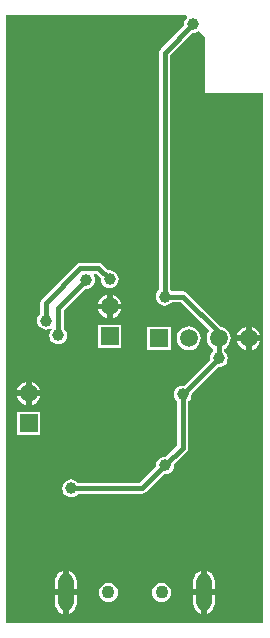
<source format=gbl>
G04 Layer_Physical_Order=2*
G04 Layer_Color=16711680*
%FSLAX43Y43*%
%MOMM*%
G71*
G01*
G75*
%ADD26C,0.400*%
%ADD28C,1.500*%
%ADD29R,1.500X1.500*%
%ADD30O,1.300X3.200*%
%ADD31R,1.500X1.500*%
%ADD32C,1.000*%
%ADD33C,1.100*%
G36*
X15250Y51600D02*
X15377Y51458D01*
X15365Y51335D01*
X15245Y51178D01*
X15169Y50996D01*
X15144Y50800D01*
X15156Y50705D01*
X13179Y48728D01*
X13079Y48579D01*
X13044Y48403D01*
Y28317D01*
X12968Y28259D01*
X12848Y28102D01*
X12773Y27920D01*
X12747Y27724D01*
X12773Y27528D01*
X12848Y27346D01*
X12968Y27189D01*
X13125Y27069D01*
X13307Y26993D01*
X13503Y26968D01*
X13699Y26993D01*
X13881Y27069D01*
X14038Y27189D01*
X14096Y27265D01*
X14904D01*
X17330Y24839D01*
X17226Y24704D01*
X17126Y24461D01*
X17091Y24200D01*
X17126Y23939D01*
X17226Y23696D01*
X17387Y23487D01*
X17596Y23326D01*
X17641Y23308D01*
Y23093D01*
X17565Y23035D01*
X17445Y22878D01*
X17369Y22696D01*
X17344Y22500D01*
X17356Y22405D01*
X15145Y20194D01*
X15050Y20206D01*
X14854Y20181D01*
X14672Y20105D01*
X14515Y19985D01*
X14395Y19828D01*
X14319Y19646D01*
X14294Y19450D01*
X14319Y19254D01*
X14395Y19072D01*
X14515Y18915D01*
X14591Y18857D01*
Y15140D01*
X13645Y14194D01*
X13550Y14206D01*
X13354Y14181D01*
X13172Y14105D01*
X13015Y13985D01*
X12895Y13828D01*
X12819Y13646D01*
X12794Y13450D01*
X12806Y13355D01*
X11410Y11959D01*
X6193D01*
X6135Y12035D01*
X5978Y12155D01*
X5796Y12231D01*
X5600Y12256D01*
X5404Y12231D01*
X5222Y12155D01*
X5065Y12035D01*
X4945Y11878D01*
X4869Y11696D01*
X4844Y11500D01*
X4869Y11304D01*
X4945Y11122D01*
X5065Y10965D01*
X5222Y10845D01*
X5404Y10769D01*
X5600Y10744D01*
X5796Y10769D01*
X5978Y10845D01*
X6135Y10965D01*
X6193Y11041D01*
X11600D01*
X11776Y11076D01*
X11924Y11176D01*
X13455Y12706D01*
X13550Y12694D01*
X13746Y12719D01*
X13928Y12795D01*
X14085Y12915D01*
X14205Y13072D01*
X14281Y13254D01*
X14306Y13450D01*
X14294Y13545D01*
X15374Y14626D01*
X15474Y14774D01*
X15509Y14950D01*
Y18857D01*
X15585Y18915D01*
X15705Y19072D01*
X15781Y19254D01*
X15806Y19450D01*
X15794Y19545D01*
X18005Y21756D01*
X18100Y21744D01*
X18296Y21769D01*
X18478Y21845D01*
X18635Y21965D01*
X18755Y22122D01*
X18831Y22304D01*
X18856Y22500D01*
X18831Y22696D01*
X18755Y22878D01*
X18635Y23035D01*
X18559Y23093D01*
Y23308D01*
X18604Y23326D01*
X18813Y23487D01*
X18973Y23696D01*
X19074Y23939D01*
X19109Y24200D01*
X19074Y24461D01*
X18973Y24704D01*
X18813Y24913D01*
X18604Y25073D01*
X18361Y25174D01*
X18282Y25185D01*
X15419Y28048D01*
X15270Y28148D01*
X15094Y28183D01*
X14096D01*
X14038Y28259D01*
X13962Y28317D01*
Y48213D01*
X15805Y50056D01*
X15900Y50044D01*
X16096Y50069D01*
X16278Y50145D01*
X16435Y50265D01*
X16440Y50265D01*
X16927Y49719D01*
X16927Y44941D01*
X21881Y44941D01*
Y119D01*
X119D01*
Y51600D01*
X15250Y51600D01*
D02*
G37*
%LPC*%
G36*
X7904Y30609D02*
X6387D01*
X6212Y30574D01*
X6063Y30474D01*
X3126Y27537D01*
X3026Y27388D01*
X2991Y27213D01*
Y26274D01*
X2940Y26235D01*
X2820Y26078D01*
X2744Y25896D01*
X2719Y25700D01*
X2744Y25504D01*
X2820Y25322D01*
X2940Y25165D01*
X3097Y25045D01*
X3279Y24969D01*
X3475Y24944D01*
X3671Y24969D01*
X3853Y25045D01*
X3938Y24950D01*
X3845Y24828D01*
X3769Y24646D01*
X3744Y24450D01*
X3769Y24254D01*
X3845Y24072D01*
X3965Y23915D01*
X4122Y23795D01*
X4304Y23719D01*
X4500Y23694D01*
X4696Y23719D01*
X4878Y23795D01*
X5035Y23915D01*
X5155Y24072D01*
X5231Y24254D01*
X5256Y24450D01*
X5231Y24646D01*
X5155Y24828D01*
X5035Y24985D01*
X4959Y25043D01*
Y26606D01*
X6759Y28406D01*
X6854Y28394D01*
X7050Y28419D01*
X7232Y28495D01*
X7389Y28615D01*
X7509Y28772D01*
X7585Y28954D01*
X7611Y29150D01*
X7585Y29346D01*
X7509Y29528D01*
X7482Y29564D01*
X7544Y29691D01*
X7714D01*
X8110Y29295D01*
X8098Y29200D01*
X8123Y29004D01*
X8199Y28822D01*
X8319Y28665D01*
X8476Y28545D01*
X8658Y28469D01*
X8854Y28444D01*
X9050Y28469D01*
X9232Y28545D01*
X9389Y28665D01*
X9509Y28822D01*
X9585Y29004D01*
X9611Y29200D01*
X9585Y29396D01*
X9509Y29578D01*
X9389Y29735D01*
X9232Y29855D01*
X9050Y29931D01*
X8854Y29956D01*
X8759Y29944D01*
X8229Y30474D01*
X8080Y30574D01*
X7904Y30609D01*
D02*
G37*
G36*
X9100Y27880D02*
Y27150D01*
X9830D01*
X9828Y27162D01*
X9727Y27406D01*
X9566Y27616D01*
X9356Y27777D01*
X9112Y27878D01*
X9100Y27880D01*
D02*
G37*
G36*
X8600D02*
X8588Y27878D01*
X8344Y27777D01*
X8134Y27616D01*
X7973Y27406D01*
X7872Y27162D01*
X7870Y27150D01*
X8600D01*
Y27880D01*
D02*
G37*
G36*
Y26650D02*
X7870D01*
X7872Y26638D01*
X7973Y26394D01*
X8134Y26184D01*
X8344Y26023D01*
X8588Y25922D01*
X8600Y25920D01*
Y26650D01*
D02*
G37*
G36*
X9830D02*
X9100D01*
Y25920D01*
X9112Y25922D01*
X9356Y26023D01*
X9566Y26184D01*
X9727Y26394D01*
X9828Y26638D01*
X9830Y26650D01*
D02*
G37*
G36*
X20890Y25180D02*
Y24450D01*
X21620D01*
X21618Y24462D01*
X21517Y24706D01*
X21356Y24916D01*
X21146Y25077D01*
X20902Y25178D01*
X20890Y25180D01*
D02*
G37*
G36*
X20390D02*
X20378Y25178D01*
X20134Y25077D01*
X19924Y24916D01*
X19763Y24706D01*
X19662Y24462D01*
X19660Y24450D01*
X20390D01*
Y25180D01*
D02*
G37*
G36*
X9850Y25360D02*
X7850D01*
Y23360D01*
X9850D01*
Y25360D01*
D02*
G37*
G36*
X21620Y23950D02*
X20890D01*
Y23220D01*
X20902Y23222D01*
X21146Y23323D01*
X21356Y23484D01*
X21517Y23694D01*
X21618Y23938D01*
X21620Y23950D01*
D02*
G37*
G36*
X20390D02*
X19660D01*
X19662Y23938D01*
X19763Y23694D01*
X19924Y23484D01*
X20134Y23323D01*
X20378Y23222D01*
X20390Y23220D01*
Y23950D01*
D02*
G37*
G36*
X14020Y25200D02*
X12020D01*
Y23200D01*
X14020D01*
Y25200D01*
D02*
G37*
G36*
X15560Y25209D02*
X15299Y25174D01*
X15056Y25073D01*
X14847Y24913D01*
X14686Y24704D01*
X14586Y24461D01*
X14551Y24200D01*
X14586Y23939D01*
X14686Y23696D01*
X14847Y23487D01*
X15056Y23326D01*
X15299Y23226D01*
X15560Y23191D01*
X15821Y23226D01*
X16064Y23326D01*
X16273Y23487D01*
X16434Y23696D01*
X16534Y23939D01*
X16569Y24200D01*
X16534Y24461D01*
X16434Y24704D01*
X16273Y24913D01*
X16064Y25073D01*
X15821Y25174D01*
X15560Y25209D01*
D02*
G37*
G36*
X2250Y20520D02*
Y19790D01*
X2980D01*
X2978Y19802D01*
X2877Y20046D01*
X2716Y20256D01*
X2506Y20417D01*
X2262Y20518D01*
X2250Y20520D01*
D02*
G37*
G36*
X1750D02*
X1738Y20518D01*
X1494Y20417D01*
X1284Y20256D01*
X1123Y20046D01*
X1022Y19802D01*
X1020Y19790D01*
X1750D01*
Y20520D01*
D02*
G37*
G36*
Y19290D02*
X1020D01*
X1022Y19278D01*
X1123Y19034D01*
X1284Y18824D01*
X1494Y18663D01*
X1738Y18562D01*
X1750Y18560D01*
Y19290D01*
D02*
G37*
G36*
X2980D02*
X2250D01*
Y18560D01*
X2262Y18562D01*
X2506Y18663D01*
X2716Y18824D01*
X2877Y19034D01*
X2978Y19278D01*
X2980Y19290D01*
D02*
G37*
G36*
X3000Y18000D02*
X1000D01*
Y16000D01*
X3000D01*
Y18000D01*
D02*
G37*
G36*
X5400Y4525D02*
Y2950D01*
X6062D01*
Y3650D01*
X6031Y3886D01*
X5940Y4106D01*
X5795Y4295D01*
X5606Y4440D01*
X5400Y4525D01*
D02*
G37*
G36*
X4900D02*
X4694Y4440D01*
X4505Y4295D01*
X4360Y4106D01*
X4269Y3886D01*
X4238Y3650D01*
Y2950D01*
X4900D01*
Y4525D01*
D02*
G37*
G36*
X17100D02*
Y2950D01*
X17762D01*
Y3650D01*
X17731Y3886D01*
X17640Y4106D01*
X17495Y4295D01*
X17306Y4440D01*
X17100Y4525D01*
D02*
G37*
G36*
X16600D02*
X16394Y4440D01*
X16205Y4295D01*
X16060Y4106D01*
X15969Y3886D01*
X15938Y3650D01*
Y2950D01*
X16600D01*
Y4525D01*
D02*
G37*
G36*
X13250Y3507D02*
X13041Y3479D01*
X12847Y3399D01*
X12679Y3271D01*
X12551Y3103D01*
X12471Y2909D01*
X12443Y2700D01*
X12471Y2491D01*
X12551Y2297D01*
X12679Y2129D01*
X12847Y2001D01*
X13041Y1921D01*
X13250Y1893D01*
X13459Y1921D01*
X13653Y2001D01*
X13821Y2129D01*
X13949Y2297D01*
X14029Y2491D01*
X14057Y2700D01*
X14029Y2909D01*
X13949Y3103D01*
X13821Y3271D01*
X13653Y3399D01*
X13459Y3479D01*
X13250Y3507D01*
D02*
G37*
G36*
X8750D02*
X8541Y3479D01*
X8347Y3399D01*
X8179Y3271D01*
X8051Y3103D01*
X7971Y2909D01*
X7943Y2700D01*
X7971Y2491D01*
X8051Y2297D01*
X8179Y2129D01*
X8347Y2001D01*
X8541Y1921D01*
X8750Y1893D01*
X8959Y1921D01*
X9153Y2001D01*
X9321Y2129D01*
X9449Y2297D01*
X9529Y2491D01*
X9557Y2700D01*
X9529Y2909D01*
X9449Y3103D01*
X9321Y3271D01*
X9153Y3399D01*
X8959Y3479D01*
X8750Y3507D01*
D02*
G37*
G36*
X17762Y2450D02*
X17100D01*
Y875D01*
X17306Y960D01*
X17495Y1105D01*
X17640Y1294D01*
X17731Y1514D01*
X17762Y1750D01*
Y2450D01*
D02*
G37*
G36*
X6062Y2450D02*
X5400D01*
Y875D01*
X5606Y960D01*
X5795Y1105D01*
X5940Y1294D01*
X6031Y1514D01*
X6062Y1750D01*
Y2450D01*
D02*
G37*
G36*
X4900D02*
X4238D01*
Y1750D01*
X4269Y1514D01*
X4360Y1294D01*
X4505Y1105D01*
X4694Y960D01*
X4900Y875D01*
Y2450D01*
D02*
G37*
G36*
X16600Y2450D02*
X15938D01*
Y1750D01*
X15969Y1514D01*
X16060Y1294D01*
X16205Y1105D01*
X16394Y960D01*
X16600Y875D01*
Y2450D01*
D02*
G37*
%LPD*%
D26*
X15050Y14950D02*
Y19450D01*
X13550Y13450D02*
X15050Y14950D01*
X4500Y26796D02*
X6854Y29150D01*
X4500Y24450D02*
Y26796D01*
X6387Y30150D02*
X7904D01*
X3450Y27213D02*
X6387Y30150D01*
X7904D02*
X8854Y29200D01*
X11600Y11500D02*
X13550Y13450D01*
X5600Y11500D02*
X11600D01*
X3450Y25700D02*
Y27213D01*
X15050Y19450D02*
X18100Y22500D01*
Y24200D01*
X13503Y27724D02*
Y48403D01*
X15900Y50800D01*
X13503Y27724D02*
X15094D01*
X18100Y24718D01*
Y24200D02*
Y24718D01*
D28*
X2000Y19540D02*
D03*
X8850Y26900D02*
D03*
X15560Y24200D02*
D03*
X18100D02*
D03*
X20640D02*
D03*
D29*
X2000Y17000D02*
D03*
X8850Y24360D02*
D03*
D30*
X16850Y2700D02*
D03*
X5150D02*
D03*
D31*
X13020Y24200D02*
D03*
D32*
X21150Y44200D02*
D03*
X15900Y50800D02*
D03*
X1550Y12000D02*
D03*
X2700Y2750D02*
D03*
X15050Y19450D02*
D03*
X16394Y17654D02*
D03*
X8150Y10500D02*
D03*
X13550Y13450D02*
D03*
X6854Y29150D02*
D03*
X1200Y36300D02*
D03*
X20694Y29691D02*
D03*
X19654Y21800D02*
D03*
X1200Y49400D02*
D03*
X18750Y9650D02*
D03*
X16115Y13900D02*
D03*
X19250Y2700D02*
D03*
X12350Y49550D02*
D03*
X8854Y29200D02*
D03*
X5600Y11500D02*
D03*
X7500Y7150D02*
D03*
X1200Y23650D02*
D03*
X17039Y7950D02*
D03*
X3475Y25700D02*
D03*
X4500Y24450D02*
D03*
X13503Y27724D02*
D03*
X15300Y21800D02*
D03*
X18100Y22500D02*
D03*
D33*
X13250Y2700D02*
D03*
X8750D02*
D03*
M02*

</source>
